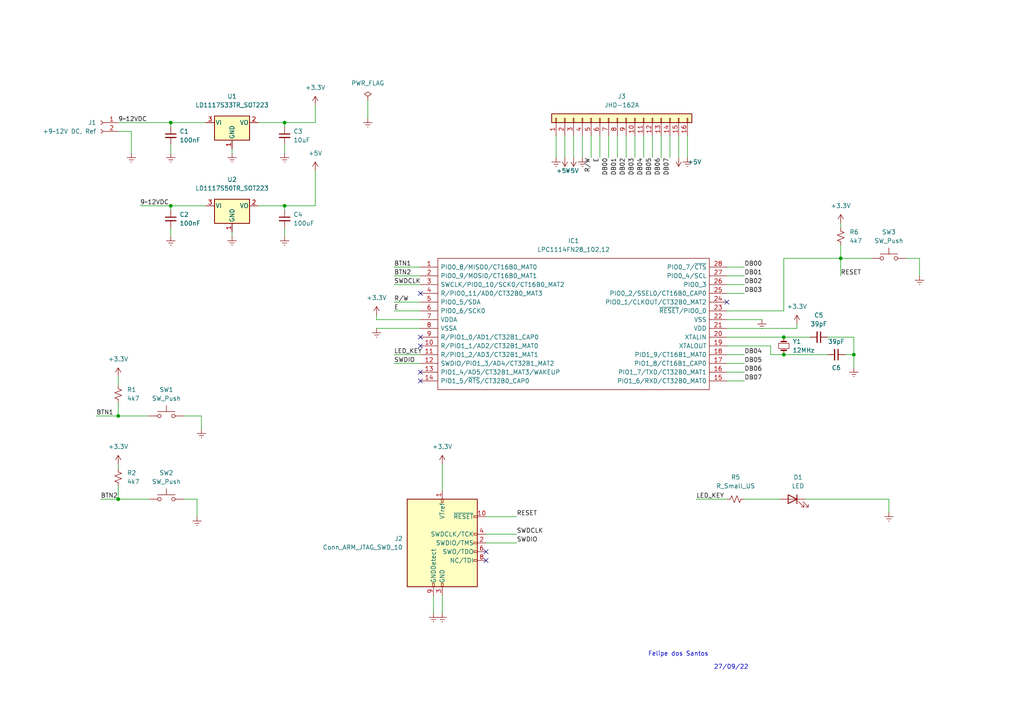
<source format=kicad_sch>
(kicad_sch (version 20211123) (generator eeschema)
  (paper "A4")
  (lib_symbols
    (symbol "Connector:Conn_01x02_Female" (pin_names (offset 1.016) hide)
      (property "Reference" "J" (at 0 2.54 0))
      (property "Value" "Conn_01x02_Female" (at 0 -5.08 0))
      (symbol "Conn_01x02_Female_1_1"
        (arc (start 0 -2.032) (mid -0.508 -2.54) (end 0 -3.048) (stroke (width 0.1524)))
        (polyline (pts (xy -1.27 -2.54) (xy -0.508 -2.54)) (stroke (width 0.1524)))
        (polyline (pts (xy -1.27 0) (xy -0.508 0)) (stroke (width 0.1524)))
        (arc (start 0 0.508) (mid -0.508 0) (end 0 -0.508) (stroke (width 0.1524)))
        (pin passive line (at -5.08 0 0) (length 3.81) (name "Pin_1") (number "1"))
        (pin passive line (at -5.08 -2.54 0) (length 3.81) (name "Pin_2") (number "2"))
      )
    )
    (symbol "Connector:Conn_ARM_JTAG_SWD_10" (pin_names (offset 1.016))
      (property "Reference" "J" (at -2.54 16.51 0))
      (property "Value" "Conn_ARM_JTAG_SWD_10" (at -2.54 13.97 0))
      (symbol "Conn_ARM_JTAG_SWD_10_0_1"
        (rectangle (start -10.16 12.7) (end 10.16 -12.7) (stroke (width 0.254)) (fill (type background)))
        (rectangle (start -2.794 -12.7) (end -2.286 -11.684))
        (rectangle (start -0.254 -12.7) (end 0.254 -11.684))
        (rectangle (start -0.254 12.7) (end 0.254 11.684))
        (rectangle (start 9.144 2.286) (end 10.16 2.794))
        (rectangle (start 10.16 -2.794) (end 9.144 -2.286))
        (rectangle (start 10.16 -0.254) (end 9.144 0.254))
        (rectangle (start 10.16 7.874) (end 9.144 7.366))
      )
      (symbol "Conn_ARM_JTAG_SWD_10_1_1"
        (rectangle (start 9.144 -5.334) (end 10.16 -4.826))
        (pin power_in line (at 0 15.24 270) (length 2.54) (name "VTref") (number "1"))
        (pin open_collector line (at 12.7 7.62 180) (length 2.54) (name "~{RESET}") (number "10"))
        (pin bidirectional line (at 12.7 0 180) (length 2.54) (name "SWDIO/TMS") (number "2"))
        (pin power_in line (at 0 -15.24 90) (length 2.54) (name "GND") (number "3"))
        (pin output line (at 12.7 2.54 180) (length 2.54) (name "SWDCLK/TCK") (number "4"))
        (pin passive line (at 0 -15.24 90) (length 2.54) hide (name "GND") (number "5"))
        (pin input line (at 12.7 -2.54 180) (length 2.54) (name "SWO/TDO") (number "6"))
        (pin no_connect line (at -10.16 0 0) (length 2.54) hide (name "KEY") (number "7"))
        (pin output line (at 12.7 -5.08 180) (length 2.54) (name "NC/TDI") (number "8"))
        (pin passive line (at -2.54 -15.24 90) (length 2.54) (name "GNDDetect") (number "9"))
      )
    )
    (symbol "Connector_Generic:Conn_01x16" (pin_names (offset 1.016) hide)
      (property "Reference" "J" (at 0 20.32 0))
      (property "Value" "Conn_01x16" (at 0 -22.86 0))
      (symbol "Conn_01x16_1_1"
        (rectangle (start -1.27 -20.193) (end 0 -20.447) (stroke (width 0.1524)))
        (rectangle (start -1.27 -17.653) (end 0 -17.907) (stroke (width 0.1524)))
        (rectangle (start -1.27 -15.113) (end 0 -15.367) (stroke (width 0.1524)))
        (rectangle (start -1.27 -12.573) (end 0 -12.827) (stroke (width 0.1524)))
        (rectangle (start -1.27 -10.033) (end 0 -10.287) (stroke (width 0.1524)))
        (rectangle (start -1.27 -7.493) (end 0 -7.747) (stroke (width 0.1524)))
        (rectangle (start -1.27 -4.953) (end 0 -5.207) (stroke (width 0.1524)))
        (rectangle (start -1.27 -2.413) (end 0 -2.667) (stroke (width 0.1524)))
        (rectangle (start -1.27 0.127) (end 0 -0.127) (stroke (width 0.1524)))
        (rectangle (start -1.27 2.667) (end 0 2.413) (stroke (width 0.1524)))
        (rectangle (start -1.27 5.207) (end 0 4.953) (stroke (width 0.1524)))
        (rectangle (start -1.27 7.747) (end 0 7.493) (stroke (width 0.1524)))
        (rectangle (start -1.27 10.287) (end 0 10.033) (stroke (width 0.1524)))
        (rectangle (start -1.27 12.827) (end 0 12.573) (stroke (width 0.1524)))
        (rectangle (start -1.27 15.367) (end 0 15.113) (stroke (width 0.1524)))
        (rectangle (start -1.27 17.907) (end 0 17.653) (stroke (width 0.1524)))
        (rectangle (start -1.27 19.05) (end 1.27 -21.59) (stroke (width 0.254)) (fill (type background)))
        (pin passive line (at -5.08 17.78 0) (length 3.81) (name "Pin_1") (number "1"))
        (pin passive line (at -5.08 -5.08 0) (length 3.81) (name "Pin_10") (number "10"))
        (pin passive line (at -5.08 -7.62 0) (length 3.81) (name "Pin_11") (number "11"))
        (pin passive line (at -5.08 -10.16 0) (length 3.81) (name "Pin_12") (number "12"))
        (pin passive line (at -5.08 -12.7 0) (length 3.81) (name "Pin_13") (number "13"))
        (pin passive line (at -5.08 -15.24 0) (length 3.81) (name "Pin_14") (number "14"))
        (pin passive line (at -5.08 -17.78 0) (length 3.81) (name "Pin_15") (number "15"))
        (pin passive line (at -5.08 -20.32 0) (length 3.81) (name "Pin_16") (number "16"))
        (pin passive line (at -5.08 15.24 0) (length 3.81) (name "Pin_2") (number "2"))
        (pin passive line (at -5.08 12.7 0) (length 3.81) (name "Pin_3") (number "3"))
        (pin passive line (at -5.08 10.16 0) (length 3.81) (name "Pin_4") (number "4"))
        (pin passive line (at -5.08 7.62 0) (length 3.81) (name "Pin_5") (number "5"))
        (pin passive line (at -5.08 5.08 0) (length 3.81) (name "Pin_6") (number "6"))
        (pin passive line (at -5.08 2.54 0) (length 3.81) (name "Pin_7") (number "7"))
        (pin passive line (at -5.08 0 0) (length 3.81) (name "Pin_8") (number "8"))
        (pin passive line (at -5.08 -2.54 0) (length 3.81) (name "Pin_9") (number "9"))
      )
    )
    (symbol "Device:C_Small" (pin_numbers hide) (pin_names (offset 0.254) hide)
      (property "Reference" "C" (at 0.254 1.778 0))
      (property "Value" "C_Small" (at 0.254 -2.032 0))
      (symbol "C_Small_0_1"
        (polyline (pts (xy -1.524 -0.508) (xy 1.524 -0.508)) (stroke (width 0.3302)))
        (polyline (pts (xy -1.524 0.508) (xy 1.524 0.508)) (stroke (width 0.3048)))
      )
      (symbol "C_Small_1_1"
        (pin passive line (at 0 2.54 270) (length 2.032) (name "~") (number "1"))
        (pin passive line (at 0 -2.54 90) (length 2.032) (name "~") (number "2"))
      )
    )
    (symbol "Device:Crystal_Small" (pin_numbers hide) (pin_names (offset 1.016) hide)
      (property "Reference" "Y" (at 0 2.54 0))
      (property "Value" "Crystal_Small" (at 0 -2.54 0))
      (symbol "Crystal_Small_0_1"
        (rectangle (start -0.762 -1.524) (end 0.762 1.524))
        (polyline (pts (xy -1.27 -0.762) (xy -1.27 0.762)) (stroke (width 0.381)))
        (polyline (pts (xy 1.27 -0.762) (xy 1.27 0.762)) (stroke (width 0.381)))
      )
      (symbol "Crystal_Small_1_1"
        (pin passive line (at -2.54 0 0) (length 1.27) (name "1") (number "1"))
        (pin passive line (at 2.54 0 180) (length 1.27) (name "2") (number "2"))
      )
    )
    (symbol "Device:LED" (pin_numbers hide) (pin_names (offset 1.016) hide)
      (property "Reference" "D" (at 0 2.54 0))
      (property "Value" "LED" (at 0 -2.54 0))
      (symbol "LED_0_1"
        (polyline (pts (xy -1.27 -1.27) (xy -1.27 1.27)) (stroke (width 0.254)))
        (polyline (pts (xy -1.27 0) (xy 1.27 0)))
        (polyline (pts (xy 1.27 -1.27) (xy 1.27 1.27) (xy -1.27 0) (xy 1.27 -1.27)) (stroke (width 0.254)))
        (polyline (pts (xy -3.048 -0.762) (xy -4.572 -2.286) (xy -3.81 -2.286) (xy -4.572 -2.286) (xy -4.572 -1.524)))
        (polyline (pts (xy -1.778 -0.762) (xy -3.302 -2.286) (xy -2.54 -2.286) (xy -3.302 -2.286) (xy -3.302 -1.524)))
      )
      (symbol "LED_1_1"
        (pin passive line (at -3.81 0 0) (length 2.54) (name "K") (number "1"))
        (pin passive line (at 3.81 0 180) (length 2.54) (name "A") (number "2"))
      )
    )
    (symbol "Device:R_Small_US" (pin_numbers hide) (pin_names (offset 0.254) hide)
      (property "Reference" "R" (at 0.762 0.508 0))
      (property "Value" "R_Small_US" (at 0.762 -1.016 0))
      (symbol "R_Small_US_1_1"
        (polyline (pts (xy 0 0) (xy 1.016 -0.381) (xy 0 -0.762) (xy -1.016 -1.143) (xy 0 -1.524)))
        (polyline (pts (xy 0 1.524) (xy 1.016 1.143) (xy 0 0.762) (xy -1.016 0.381) (xy 0 0)))
        (pin passive line (at 0 2.54 270) (length 1.016) (name "~") (number "1"))
        (pin passive line (at 0 -2.54 90) (length 1.016) (name "~") (number "2"))
      )
    )
    (symbol "LPC1114FN28_102_12:LPC1114FN28_102,12" (pin_names (offset 0.762))
      (property "Reference" "IC" (at 85.09 7.62 0))
      (property "Value" "LPC1114FN28_102,12" (at 85.09 5.08 0))
      (symbol "LPC1114FN28_102,12_0_0"
        (pin passive line (at 0 0 0) (length 5.08) (name "PIO0_8/MISO0/CT16B0_MAT0") (number "1"))
        (pin passive line (at 0 -22.86 0) (length 5.08) (name "R/PIO1_1/AD2/CT32B1_MAT0") (number "10"))
        (pin passive line (at 0 -25.4 0) (length 5.08) (name "R/PIO1_2/AD3/CT32B1_MAT1") (number "11"))
        (pin passive line (at 0 -27.94 0) (length 5.08) (name "SWDIO/PIO1_3/AD4/CT32B1_MAT2") (number "12"))
        (pin passive line (at 0 -30.48 0) (length 5.08) (name "PIO1_4/AD5/CT32B1_MAT3/WAKEUP") (number "13"))
        (pin passive line (at 0 -33.02 0) (length 5.08) (name "PIO1_5/~{RTS}/CT32B0_CAP0") (number "14"))
        (pin passive line (at 88.9 -33.02 180) (length 5.08) (name "PIO1_6/RXD/CT32B0_MAT0") (number "15"))
        (pin passive line (at 88.9 -30.48 180) (length 5.08) (name "PIO1_7/TXD/CT32B0_MAT1") (number "16"))
        (pin passive line (at 88.9 -27.94 180) (length 5.08) (name "PIO1_8/CT16B1_CAP0") (number "17"))
        (pin passive line (at 88.9 -25.4 180) (length 5.08) (name "PIO1_9/CT16B1_MAT0") (number "18"))
        (pin passive line (at 88.9 -22.86 180) (length 5.08) (name "XTALOUT") (number "19"))
        (pin passive line (at 0 -2.54 0) (length 5.08) (name "PIO0_9/MOSI0/CT16B0_MAT1") (number "2"))
        (pin passive line (at 88.9 -20.32 180) (length 5.08) (name "XTALIN") (number "20"))
        (pin passive line (at 88.9 -17.78 180) (length 5.08) (name "VDD") (number "21"))
        (pin passive line (at 88.9 -15.24 180) (length 5.08) (name "VSS") (number "22"))
        (pin passive line (at 88.9 -12.7 180) (length 5.08) (name "~{RESET}/PIO0_0") (number "23"))
        (pin passive line (at 88.9 -10.16 180) (length 5.08) (name "PIO0_1/CLKOUT/CT32B0_MAT2") (number "24"))
        (pin passive line (at 88.9 -7.62 180) (length 5.08) (name "PIO0_2/SSEL0/CT16B0_CAP0") (number "25"))
        (pin passive line (at 88.9 -5.08 180) (length 5.08) (name "PIO0_3") (number "26"))
        (pin passive line (at 88.9 -2.54 180) (length 5.08) (name "PIO0_4/SCL") (number "27"))
        (pin passive line (at 88.9 0 180) (length 5.08) (name "PIO0_7/~{CTS}") (number "28"))
        (pin passive line (at 0 -5.08 0) (length 5.08) (name "SWCLK/PIO0_10/SCK0/CT16B0_MAT2") (number "3"))
        (pin passive line (at 0 -7.62 0) (length 5.08) (name "R/PIO0_11/AD0/CT32B0_MAT3") (number "4"))
        (pin passive line (at 0 -10.16 0) (length 5.08) (name "PIO0_5/SDA") (number "5"))
        (pin passive line (at 0 -12.7 0) (length 5.08) (name "PIO0_6/SCK0") (number "6"))
        (pin passive line (at 0 -15.24 0) (length 5.08) (name "VDDA") (number "7"))
        (pin passive line (at 0 -17.78 0) (length 5.08) (name "VSSA") (number "8"))
        (pin passive line (at 0 -20.32 0) (length 5.08) (name "R/PIO1_0/AD1/CT32B1_CAP0") (number "9"))
      )
      (symbol "LPC1114FN28_102,12_0_1"
        (polyline (pts (xy 5.08 2.54) (xy 83.82 2.54) (xy 83.82 -35.56) (xy 5.08 -35.56) (xy 5.08 2.54)) (stroke (width 0.1524)))
      )
    )
    (symbol "Regulator_Linear:LD1117S33TR_SOT223" (pin_names (offset 0.254))
      (property "Reference" "U1" (at 0 7.62 0))
      (property "Value" "LD1117S33TR_SOT223" (at 0 5.08 0))
      (symbol "LD1117S33TR_SOT223_0_1"
        (rectangle (start -5.08 -5.08) (end 5.08 1.905) (stroke (width 0.254)) (fill (type background)))
      )
      (symbol "LD1117S33TR_SOT223_1_1"
        (pin power_in line (at 0 -7.62 90) (length 2.54) (name "GND") (number "1"))
        (pin power_out line (at 7.62 0 180) (length 2.54) (name "VO") (number "2"))
        (pin passive line (at -7.62 0 0) (length 2.54) (name "VI") (number "3"))
      )
    )
    (symbol "Regulator_Linear:LD1117S50TR_SOT223" (pin_names (offset 0.254))
      (property "Reference" "U2" (at 0 7.62 0))
      (property "Value" "LD1117S50TR_SOT223" (at 0 5.08 0))
      (symbol "LD1117S50TR_SOT223_0_1"
        (rectangle (start -5.08 -5.08) (end 5.08 1.905) (stroke (width 0.254)) (fill (type background)))
      )
      (symbol "LD1117S50TR_SOT223_1_1"
        (pin power_in line (at 0 -7.62 90) (length 2.54) (name "GND") (number "1"))
        (pin power_out line (at 7.62 0 180) (length 2.54) (name "VO") (number "2"))
        (pin input line (at -7.62 0 0) (length 2.54) (name "VI") (number "3"))
      )
    )
    (symbol "Switch:SW_Push" (pin_numbers hide) (pin_names (offset 1.016) hide)
      (property "Reference" "SW" (at 1.27 2.54 0))
      (property "Value" "SW_Push" (at 0 -1.524 0))
      (symbol "SW_Push_0_1"
        (circle (center -2.032 0) (radius 0.508))
        (polyline (pts (xy 0 1.27) (xy 0 3.048)))
        (polyline (pts (xy 2.54 1.27) (xy -2.54 1.27)))
        (circle (center 2.032 0) (radius 0.508))
        (pin passive line (at -5.08 0 0) (length 2.54) (name "1") (number "1"))
        (pin passive line (at 5.08 0 180) (length 2.54) (name "2") (number "2"))
      )
    )
    (symbol "power:+3.3V" (power) (pin_names (offset 0))
      (property "Value" "+3.3V" (at 0 3.556 0))
      (symbol "+3.3V_0_1"
        (polyline (pts (xy -0.762 1.27) (xy 0 2.54)))
        (polyline (pts (xy 0 0) (xy 0 2.54)))
        (polyline (pts (xy 0 2.54) (xy 0.762 1.27)))
      )
      (symbol "+3.3V_1_1"
        (pin power_in line (at 0 0 90) (length 0) hide (name "+3.3V") (number "1"))
      )
    )
    (symbol "power:+5V" (power) (pin_names (offset 0))
      (property "Value" "+5V" (at 0 3.556 0))
      (symbol "+5V_0_1"
        (polyline (pts (xy -0.762 1.27) (xy 0 2.54)))
        (polyline (pts (xy 0 0) (xy 0 2.54)))
        (polyline (pts (xy 0 2.54) (xy 0.762 1.27)))
      )
      (symbol "+5V_1_1"
        (pin power_in line (at 0 0 90) (length 0) hide (name "+5V") (number "1"))
      )
    )
    (symbol "power:Earth" (power) (pin_names (offset 0))
      (symbol "Earth_0_1"
        (polyline (pts (xy -0.635 -1.905) (xy 0.635 -1.905)))
        (polyline (pts (xy -0.127 -2.54) (xy 0.127 -2.54)))
        (polyline (pts (xy 0 -1.27) (xy 0 0)))
        (polyline (pts (xy 1.27 -1.27) (xy -1.27 -1.27)))
      )
      (symbol "Earth_1_1"
        (pin power_in line (at 0 0 270) (length 0) hide (name "Earth") (number "1"))
      )
    )
    (symbol "power:PWR_FLAG" (power) (pin_numbers hide) (pin_names (offset 0) hide)
      (property "Value" "PWR_FLAG" (at 0 3.81 0))
      (symbol "PWR_FLAG_0_0"
        (pin power_out line (at 0 0 90) (length 0) (name "pwr") (number "1"))
      )
      (symbol "PWR_FLAG_0_1"
        (polyline (pts (xy 0 0) (xy 0 1.27) (xy -1.016 1.905) (xy 0 2.54) (xy 1.016 1.905) (xy 0 1.27)))
      )
    )
  )
  (junction (at 34.29 144.78))
  (junction (at 49.53 35.56))
  (junction (at 227.33 97.79))
  (junction (at 34.29 120.65))
  (junction (at 49.53 59.69))
  (junction (at 243.84 74.93))
  (junction (at 82.55 35.56))
  (junction (at 82.55 59.69))
  (junction (at 227.33 102.87))
  (junction (at 247.65 102.87))
  (no_connect (at 210.82 87.63))
  (no_connect (at 140.97 160.02))
  (no_connect (at 140.97 162.56))
  (no_connect (at 121.92 100.33))
  (no_connect (at 121.92 85.09))
  (no_connect (at 121.92 97.79))
  (no_connect (at 121.92 107.95))
  (no_connect (at 121.92 110.49))
  (wire (pts (xy 210.82 107.95) (xy 215.9 107.95)))
  (wire (pts (xy 91.44 30.48) (xy 91.44 35.56)))
  (wire (pts (xy 191.77 39.37) (xy 191.77 45.72)))
  (wire (pts (xy 210.82 95.25) (xy 231.14 95.25)))
  (wire (pts (xy 247.65 102.87) (xy 247.65 97.79)))
  (wire (pts (xy 199.39 39.37) (xy 199.39 45.72)))
  (wire (pts (xy 181.61 39.37) (xy 181.61 45.72)))
  (wire (pts (xy 109.22 95.25) (xy 121.92 95.25)))
  (wire (pts (xy 58.42 120.65) (xy 58.42 124.46)))
  (wire (pts (xy 128.27 134.62) (xy 128.27 142.24)))
  (wire (pts (xy 262.89 74.93) (xy 266.7 74.93)))
  (wire (pts (xy 53.34 120.65) (xy 58.42 120.65)))
  (wire (pts (xy 34.29 35.56) (xy 49.53 35.56)))
  (wire (pts (xy 257.81 144.78) (xy 257.81 148.59)))
  (wire (pts (xy 243.84 74.93) (xy 252.73 74.93)))
  (wire (pts (xy 227.33 74.93) (xy 243.84 74.93)))
  (wire (pts (xy 184.15 39.37) (xy 184.15 45.72)))
  (wire (pts (xy 49.53 59.69) (xy 59.69 59.69)))
  (wire (pts (xy 82.55 35.56) (xy 91.44 35.56)))
  (wire (pts (xy 67.31 43.18) (xy 67.31 44.45)))
  (wire (pts (xy 74.93 59.69) (xy 82.55 59.69)))
  (wire (pts (xy 53.34 144.78) (xy 57.15 144.78)))
  (wire (pts (xy 34.29 140.97) (xy 34.29 144.78)))
  (wire (pts (xy 140.97 149.86) (xy 149.86 149.86)))
  (wire (pts (xy 49.53 66.04) (xy 49.53 68.58)))
  (wire (pts (xy 29.21 144.78) (xy 34.29 144.78)))
  (wire (pts (xy 34.29 144.78) (xy 43.18 144.78)))
  (wire (pts (xy 243.84 74.93) (xy 243.84 80.01)))
  (wire (pts (xy 166.37 39.37) (xy 166.37 45.72)))
  (wire (pts (xy 34.29 116.84) (xy 34.29 120.65)))
  (wire (pts (xy 82.55 35.56) (xy 82.55 36.83)))
  (wire (pts (xy 210.82 97.79) (xy 227.33 97.79)))
  (wire (pts (xy 114.3 80.01) (xy 121.92 80.01)))
  (wire (pts (xy 168.91 39.37) (xy 168.91 45.72)))
  (wire (pts (xy 243.84 64.77) (xy 243.84 66.04)))
  (wire (pts (xy 227.33 102.87) (xy 240.03 102.87)))
  (wire (pts (xy 125.73 172.72) (xy 125.73 177.8)))
  (wire (pts (xy 210.82 82.55) (xy 215.9 82.55)))
  (wire (pts (xy 223.52 102.87) (xy 227.33 102.87)))
  (wire (pts (xy 140.97 157.48) (xy 149.86 157.48)))
  (wire (pts (xy 161.29 39.37) (xy 161.29 45.72)))
  (wire (pts (xy 121.92 92.71) (xy 109.22 92.71)))
  (wire (pts (xy 38.1 38.1) (xy 38.1 44.45)))
  (wire (pts (xy 240.03 97.79) (xy 247.65 97.79)))
  (wire (pts (xy 34.29 38.1) (xy 38.1 38.1)))
  (wire (pts (xy 114.3 90.17) (xy 121.92 90.17)))
  (wire (pts (xy 114.3 102.87) (xy 121.92 102.87)))
  (wire (pts (xy 82.55 59.69) (xy 82.55 60.96)))
  (wire (pts (xy 114.3 82.55) (xy 121.92 82.55)))
  (wire (pts (xy 223.52 100.33) (xy 223.52 102.87)))
  (wire (pts (xy 210.82 100.33) (xy 223.52 100.33)))
  (wire (pts (xy 210.82 92.71) (xy 220.98 92.71)))
  (wire (pts (xy 114.3 105.41) (xy 121.92 105.41)))
  (wire (pts (xy 49.53 35.56) (xy 59.69 35.56)))
  (wire (pts (xy 82.55 41.91) (xy 82.55 44.45)))
  (wire (pts (xy 27.94 120.65) (xy 34.29 120.65)))
  (wire (pts (xy 34.29 109.22) (xy 34.29 111.76)))
  (wire (pts (xy 57.15 144.78) (xy 57.15 149.86)))
  (wire (pts (xy 140.97 154.94) (xy 149.86 154.94)))
  (wire (pts (xy 196.85 39.37) (xy 196.85 45.72)))
  (wire (pts (xy 247.65 106.68) (xy 247.65 102.87)))
  (wire (pts (xy 34.29 134.62) (xy 34.29 135.89)))
  (wire (pts (xy 106.68 29.21) (xy 106.68 34.29)))
  (wire (pts (xy 49.53 36.83) (xy 49.53 35.56)))
  (wire (pts (xy 114.3 87.63) (xy 121.92 87.63)))
  (wire (pts (xy 171.45 39.37) (xy 171.45 45.72)))
  (wire (pts (xy 49.53 41.91) (xy 49.53 44.45)))
  (wire (pts (xy 227.33 97.79) (xy 234.95 97.79)))
  (wire (pts (xy 210.82 85.09) (xy 215.9 85.09)))
  (wire (pts (xy 173.99 39.37) (xy 173.99 45.72)))
  (wire (pts (xy 34.29 120.65) (xy 43.18 120.65)))
  (wire (pts (xy 201.93 144.78) (xy 210.82 144.78)))
  (wire (pts (xy 74.93 35.56) (xy 82.55 35.56)))
  (wire (pts (xy 128.27 172.72) (xy 128.27 177.8)))
  (wire (pts (xy 176.53 39.37) (xy 176.53 45.72)))
  (wire (pts (xy 210.82 90.17) (xy 227.33 90.17)))
  (wire (pts (xy 91.44 49.53) (xy 91.44 59.69)))
  (wire (pts (xy 210.82 110.49) (xy 215.9 110.49)))
  (wire (pts (xy 40.64 59.69) (xy 49.53 59.69)))
  (wire (pts (xy 194.31 39.37) (xy 194.31 45.72)))
  (wire (pts (xy 243.84 71.12) (xy 243.84 74.93)))
  (wire (pts (xy 109.22 92.71) (xy 109.22 91.44)))
  (wire (pts (xy 179.07 39.37) (xy 179.07 45.72)))
  (wire (pts (xy 227.33 74.93) (xy 227.33 90.17)))
  (wire (pts (xy 163.83 39.37) (xy 163.83 45.72)))
  (wire (pts (xy 266.7 74.93) (xy 266.7 80.01)))
  (wire (pts (xy 215.9 144.78) (xy 226.06 144.78)))
  (wire (pts (xy 49.53 60.96) (xy 49.53 59.69)))
  (wire (pts (xy 114.3 77.47) (xy 121.92 77.47)))
  (wire (pts (xy 245.11 102.87) (xy 247.65 102.87)))
  (wire (pts (xy 210.82 77.47) (xy 215.9 77.47)))
  (wire (pts (xy 67.31 67.31) (xy 67.31 68.58)))
  (wire (pts (xy 231.14 95.25) (xy 231.14 93.98)))
  (wire (pts (xy 189.23 39.37) (xy 189.23 45.72)))
  (wire (pts (xy 233.68 144.78) (xy 257.81 144.78)))
  (wire (pts (xy 186.69 39.37) (xy 186.69 45.72)))
  (wire (pts (xy 210.82 80.01) (xy 215.9 80.01)))
  (wire (pts (xy 210.82 102.87) (xy 215.9 102.87)))
  (wire (pts (xy 82.55 66.04) (xy 82.55 68.58)))
  (wire (pts (xy 82.55 59.69) (xy 91.44 59.69)))
  (wire (pts (xy 210.82 105.41) (xy 215.9 105.41)))
  (text "27/09/22\n" (at 207.01 194.31 0) (effects (font (size 1.27 1.27)) (justify left bottom)))
  (text "Felipe dos Santos" (at 187.96 190.5 0) (effects (font (size 1.27 1.27)) (justify left bottom)))
  (label "DB00" (at 176.53 45.72 270))
  (label "DB06" (at 215.9 107.95 0))
  (label "E" (at 114.3 90.17 0))
  (label "DB04" (at 215.9 102.87 0))
  (label "SWDIO" (at 114.3 105.41 0))
  (label "BTN2" (at 29.21 144.78 0))
  (label "9~12VDC" (at 40.64 59.69 0))
  (label "DB07" (at 194.31 45.72 270))
  (label "DB03" (at 184.15 45.72 270))
  (label "LED_KEY" (at 114.3 102.87 0))
  (label "BTN1" (at 27.94 120.65 0))
  (label "DB01" (at 179.07 45.72 270))
  (label "DB00" (at 215.9 77.47 0))
  (label "DB06" (at 191.77 45.72 270))
  (label "DB05" (at 215.9 105.41 0))
  (label "R{slash}W" (at 114.3 87.63 0))
  (label "RESET" (at 149.86 149.86 0))
  (label "DB02" (at 181.61 45.72 270))
  (label "DB04" (at 186.69 45.72 270))
  (label "DB07" (at 215.9 110.49 0))
  (label "SWDCLK" (at 114.3 82.55 0))
  (label "SWDCLK" (at 149.86 154.94 0))
  (label "SWDIO" (at 149.86 157.48 0))
  (label "RESET" (at 243.84 80.01 0))
  (label "BTN1" (at 114.3 77.47 0))
  (label "DB02" (at 215.9 82.55 0))
  (label "BTN2" (at 114.3 80.01 0))
  (label "DB03" (at 215.9 85.09 0))
  (label "DB01" (at 215.9 80.01 0))
  (label "R{slash}W" (at 171.45 45.72 270))
  (label "DB05" (at 189.23 45.72 270))
  (label "E" (at 173.99 45.72 270))
  (label "LED_KEY" (at 201.93 144.78 0))
  (label "9~12VDC" (at 34.29 35.56 0))
  (symbol (lib_id "power:Earth") (at 199.39 45.72 0) (unit 1)
    (property "Reference" "#PWR025" (effects hide))
    (property "Value" "Earth" (effects hide))
  )
  (symbol (lib_id "Regulator_Linear:LD1117S33TR_SOT223") (at 67.31 35.56 0) (unit 1)
    (property "Reference" "U1" (at 67.31 27.94 0))
    (property "Value" "LD1117S33TR_SOT223" (at 67.31 30.48 0))
    (property "Footprint" "Package_TO_SOT_SMD:SOT-223-3_TabPin2" (effects hide))
    (property "Datasheet" "http://www.st.com/st-web-ui/static/active/en/resource/technical/document/datasheet/CD00000544.pdf" (effects hide))
  )
  (symbol (lib_id "power:Earth") (at 58.42 124.46 0) (unit 1)
    (property "Reference" "#PWR07" (effects hide))
    (property "Value" "Earth" (effects hide))
  )
  (symbol (lib_id "Device:C_Small") (at 82.55 39.37 0) (unit 1)
    (property "Reference" "C3" (at 85.09 38.1062 0) (effects (justify left)))
    (property "Value" "10uF" (at 85.09 40.6462 0) (effects (justify left)))
    (property "Footprint" "Capacitor_SMD:C_0805_2012Metric" (effects hide))
  )
  (symbol (lib_id "power:Earth") (at 125.73 177.8 0) (unit 1)
    (property "Reference" "#PWR016" (effects hide))
    (property "Value" "Earth" (effects hide))
  )
  (symbol (lib_id "power:+5V") (at 91.44 49.53 0) (unit 1)
    (property "Reference" "#PWR013" (effects hide))
    (property "Value" "+5V" (at 91.44 44.45 0))
  )
  (symbol (lib_id "power:+3.3V") (at 109.22 91.44 0) (unit 1)
    (property "Reference" "#PWR014" (effects hide))
    (property "Value" "+3.3V" (at 109.22 86.36 0))
  )
  (symbol (lib_id "Device:C_Small") (at 49.53 39.37 0) (unit 1)
    (property "Reference" "C1" (at 52.07 38.1062 0) (effects (justify left)))
    (property "Value" "100nF" (at 52.07 40.6462 0) (effects (justify left)))
    (property "Footprint" "Capacitor_SMD:C_0805_2012Metric" (effects hide))
  )
  (symbol (lib_id "Device:C_Small") (at 237.49 97.79 270) (unit 1)
    (property "Reference" "C5" (at 237.4836 91.44 90))
    (property "Value" "39pF" (at 237.4836 93.98 90))
    (property "Footprint" "Capacitor_SMD:C_0805_2012Metric" (effects hide))
  )
  (symbol (lib_id "power:+5V") (at 166.37 45.72 180) (unit 1)
    (property "Reference" "#PWR019" (effects hide))
    (property "Value" "+5V" (at 163.83 49.53 0) (effects (justify right)))
  )
  (symbol (lib_id "Device:R_Small_US") (at 34.29 114.3 0) (unit 1)
    (property "Reference" "R1" (at 36.83 113.0299 0) (effects (justify left)))
    (property "Value" "4k7" (at 36.83 115.5699 0) (effects (justify left)))
    (property "Footprint" "Resistor_SMD:R_0805_2012Metric" (effects hide))
  )
  (symbol (lib_id "power:+5V") (at 163.83 45.72 180) (unit 1)
    (property "Reference" "#PWR021" (effects hide))
    (property "Value" "+5V" (at 161.29 49.53 0) (effects (justify right)))
  )
  (symbol (lib_id "Switch:SW_Push") (at 48.26 120.65 0) (unit 1)
    (property "Reference" "SW1" (at 48.26 113.03 0))
    (property "Value" "SW_Push" (at 48.26 115.57 0))
    (property "Footprint" "KiCAD:1825910-6" (effects hide))
  )
  (symbol (lib_id "power:Earth") (at 168.91 45.72 0) (unit 1)
    (property "Reference" "#PWR022" (effects hide))
    (property "Value" "Earth" (effects hide))
  )
  (symbol (lib_id "Device:R_Small_US") (at 243.84 68.58 0) (unit 1)
    (property "Reference" "R6" (at 246.38 67.3099 0) (effects (justify left)))
    (property "Value" "4k7" (at 246.38 69.8499 0) (effects (justify left)))
    (property "Footprint" "Resistor_SMD:R_0805_2012Metric" (effects hide))
  )
  (symbol (lib_id "power:+3.3V") (at 34.29 134.62 0) (unit 1)
    (property "Reference" "#PWR02" (effects hide))
    (property "Value" "+3.3V" (at 34.29 129.54 0))
  )
  (symbol (lib_id "Device:C_Small") (at 242.57 102.87 270) (unit 1)
    (property "Reference" "C6" (at 242.57 106.68 90))
    (property "Value" "39pF" (at 242.5636 99.06 90))
    (property "Footprint" "Capacitor_SMD:C_0805_2012Metric" (effects hide))
  )
  (symbol (lib_id "power:Earth") (at 161.29 45.72 0) (unit 1)
    (property "Reference" "#PWR020" (effects hide))
    (property "Value" "Earth" (effects hide))
  )
  (symbol (lib_id "power:Earth") (at 38.1 44.45 0) (unit 1)
    (property "Reference" "#PWR03" (effects hide))
    (property "Value" "Earth" (effects hide))
  )
  (symbol (lib_id "power:Earth") (at 257.81 148.59 0) (unit 1)
    (property "Reference" "#PWR030" (effects hide))
    (property "Value" "Earth" (effects hide))
  )
  (symbol (lib_id "power:Earth") (at 49.53 44.45 0) (unit 1)
    (property "Reference" "#PWR04" (effects hide))
    (property "Value" "Earth" (effects hide))
  )
  (symbol (lib_id "Connector:Conn_ARM_JTAG_SWD_10") (at 128.27 157.48 0) (unit 1)
    (property "Reference" "J2" (at 116.84 156.2099 0) (effects (justify right)))
    (property "Value" "Conn_ARM_JTAG_SWD_10" (at 116.84 158.7499 0) (effects (justify right)))
    (property "Footprint" "Connector_PinHeader_2.54mm:PinHeader_2x05_P2.54mm_Horizontal" (effects hide))
    (property "Datasheet" "http://infocenter.arm.com/help/topic/com.arm.doc.ddi0314h/DDI0314H_coresight_components_trm.pdf" (effects hide))
  )
  (symbol (lib_id "power:+3.3V") (at 128.27 134.62 0) (unit 1)
    (property "Reference" "#PWR017" (effects hide))
    (property "Value" "+3.3V" (at 128.27 129.54 0))
  )
  (symbol (lib_id "power:Earth") (at 82.55 44.45 0) (unit 1)
    (property "Reference" "#PWR010" (effects hide))
    (property "Value" "Earth" (effects hide))
  )
  (symbol (lib_id "power:PWR_FLAG") (at 106.68 29.21 0) (unit 1)
    (property "Reference" "#FLG0103" (effects hide))
    (property "Value" "PWR_FLAG" (at 106.68 24.13 0))
  )
  (symbol (lib_id "Switch:SW_Push") (at 257.81 74.93 0) (unit 1)
    (property "Reference" "SW3" (at 257.81 67.31 0))
    (property "Value" "SW_Push" (at 257.81 69.85 0))
    (property "Footprint" "KiCAD:1825910-6" (effects hide))
  )
  (symbol (lib_id "power:+3.3V") (at 34.29 109.22 0) (unit 1)
    (property "Reference" "#PWR01" (effects hide))
    (property "Value" "+3.3V" (at 34.29 104.14 0))
  )
  (symbol (lib_id "Device:R_Small_US") (at 213.36 144.78 90) (unit 1)
    (property "Reference" "R5" (at 213.36 138.43 90))
    (property "Value" "R_Small_US" (at 213.36 140.97 90))
    (property "Footprint" "Resistor_SMD:R_0805_2012Metric" (effects hide))
  )
  (symbol (lib_id "Connector:Conn_01x02_Female") (at 29.21 35.56 0) (mirror y) (unit 1)
    (property "Reference" "J1" (at 27.94 35.5599 0) (effects (justify left)))
    (property "Value" "+9~12V DC, Ref" (at 27.94 38.0999 0) (effects (justify left)))
    (property "Footprint" "PJ-002A:CUI_PJ-002A" (effects hide))
  )
  (symbol (lib_id "power:+3.3V") (at 231.14 93.98 0) (unit 1)
    (property "Reference" "#PWR027" (effects hide))
    (property "Value" "+3.3V" (at 231.14 88.9 0))
  )
  (symbol (lib_id "power:Earth") (at 67.31 44.45 0) (unit 1)
    (property "Reference" "#PWR08" (effects hide))
    (property "Value" "Earth" (effects hide))
  )
  (symbol (lib_id "power:Earth") (at 57.15 149.86 0) (unit 1)
    (property "Reference" "#PWR06" (effects hide))
    (property "Value" "Earth" (effects hide))
  )
  (symbol (lib_id "power:+3.3V") (at 243.84 64.77 0) (unit 1)
    (property "Reference" "#PWR028" (effects hide))
    (property "Value" "+3.3V" (at 243.84 59.69 0))
  )
  (symbol (lib_id "power:Earth") (at 106.68 34.29 0) (unit 1)
    (property "Reference" "#PWR0101" (effects hide))
    (property "Value" "Earth" (effects hide))
  )
  (symbol (lib_id "power:+3.3V") (at 91.44 30.48 0) (unit 1)
    (property "Reference" "#PWR012" (effects hide))
    (property "Value" "+3.3V" (at 91.44 25.4 0))
  )
  (symbol (lib_id "power:Earth") (at 49.53 68.58 0) (unit 1)
    (property "Reference" "#PWR05" (effects hide))
    (property "Value" "Earth" (effects hide))
  )
  (symbol (lib_id "Device:C_Small") (at 82.55 63.5 0) (unit 1)
    (property "Reference" "C4" (at 85.09 62.2362 0) (effects (justify left)))
    (property "Value" "100uF" (at 85.09 64.7762 0) (effects (justify left)))
    (property "Footprint" "Capacitor_SMD:C_0805_2012Metric" (effects hide))
  )
  (symbol (lib_id "Switch:SW_Push") (at 48.26 144.78 0) (unit 1)
    (property "Reference" "SW2" (at 48.26 137.16 0))
    (property "Value" "SW_Push" (at 48.26 139.7 0))
    (property "Footprint" "KiCAD:1825910-6" (effects hide))
  )
  (symbol (lib_id "Device:Crystal_Small") (at 227.33 100.33 270) (unit 1)
    (property "Reference" "Y1" (at 229.87 99.0599 90) (effects (justify left)))
    (property "Value" "12MHz" (at 229.87 101.5999 90) (effects (justify left)))
    (property "Footprint" "ATS:XTAL_HC49P488W43L1085T450H368" (effects hide))
  )
  (symbol (lib_id "Regulator_Linear:LD1117S50TR_SOT223") (at 67.31 59.69 0) (unit 1)
    (property "Reference" "U2" (at 67.31 52.07 0))
    (property "Value" "LD1117S50TR_SOT223" (at 67.31 54.61 0))
    (property "Footprint" "Package_TO_SOT_SMD:SOT-223-3_TabPin2" (effects hide))
    (property "Datasheet" "http://www.st.com/st-web-ui/static/active/en/resource/technical/document/datasheet/CD00000544.pdf" (effects hide))
  )
  (symbol (lib_id "power:Earth") (at 109.22 95.25 0) (unit 1)
    (property "Reference" "#PWR015" (effects hide))
    (property "Value" "Earth" (effects hide))
  )
  (symbol (lib_id "Connector_Generic:Conn_01x16") (at 179.07 34.29 90) (unit 1)
    (property "Reference" "J3" (at 180.34 27.94 90))
    (property "Value" "JHD-162A" (at 180.34 30.48 90))
    (property "Footprint" "Connector_PinHeader_1.00mm:PinHeader_1x16_P1.00mm_Horizontal" (effects hide))
  )
  (symbol (lib_id "power:Earth") (at 247.65 106.68 0) (unit 1)
    (property "Reference" "#PWR029" (effects hide))
    (property "Value" "Earth" (effects hide))
  )
  (symbol (lib_id "power:Earth") (at 67.31 68.58 0) (unit 1)
    (property "Reference" "#PWR09" (effects hide))
    (property "Value" "Earth" (effects hide))
  )
  (symbol (lib_id "LPC1114FN28_102_12:LPC1114FN28_102,12") (at 121.92 77.47 0) (unit 1)
    (property "Reference" "IC1" (at 166.37 69.85 0))
    (property "Value" "LPC1114FN28_102,12" (at 166.37 72.39 0))
    (property "Footprint" "lpc:DIP1552W53P254L3550H510Q28N" (effects hide))
    (property "Datasheet" "http://www.nxp.com/docs/en/data-sheet/LPC1102_1104.pdf" (effects hide))
    (property "Description" "32-bit ARM Cortex-M0 microcontroller; up to 64 kB flash and 8 kB SRAM, DIP-28" (effects hide))
    (property "Height" "5.1" (effects hide))
    (property "Manufacturer_Name" "NXP" (effects hide))
    (property "Manufacturer_Part_Number" "LPC1114FN28/102,12" (effects hide))
    (property "Mouser Part Number" "771-LPC1114FN28/1021" (effects hide))
    (property "Mouser Price/Stock" "https://www.mouser.co.uk/ProductDetail/NXP-Semiconductors/LPC1114FN28-10212?qs=5C9Q4QJFsuOrjcFyS2YjEA%3D%3D" (effects hide))
    (property "Arrow Part Number" "LPC1114FN28/102,12" (effects hide))
    (property "Arrow Price/Stock" "https://www.arrow.com/en/products/lpc1114fn2810212/nxp-semiconductors" (effects hide))
  )
  (symbol (lib_id "Device:R_Small_US") (at 34.29 138.43 0) (unit 1)
    (property "Reference" "R2" (at 36.83 137.1599 0) (effects (justify left)))
    (property "Value" "4k7" (at 36.83 139.6999 0) (effects (justify left)))
    (property "Footprint" "Resistor_SMD:R_0805_2012Metric" (effects hide))
  )
  (symbol (lib_id "power:Earth") (at 220.98 92.71 0) (unit 1)
    (property "Reference" "#PWR026" (effects hide))
    (property "Value" "Earth" (effects hide))
  )
  (symbol (lib_id "Device:C_Small") (at 49.53 63.5 0) (unit 1)
    (property "Reference" "C2" (at 52.07 62.2362 0) (effects (justify left)))
    (property "Value" "100nF" (at 52.07 64.7762 0) (effects (justify left)))
    (property "Footprint" "Capacitor_SMD:C_0805_2012Metric" (effects hide))
  )
  (symbol (lib_id "power:Earth") (at 128.27 177.8 0) (unit 1)
    (property "Reference" "#PWR018" (effects hide))
    (property "Value" "Earth" (effects hide))
  )
  (symbol (lib_id "Device:LED") (at 229.87 144.78 0) (mirror y) (unit 1)
    (property "Reference" "D1" (at 231.4575 138.43 0))
    (property "Value" "LED" (at 231.4575 140.97 0))
    (property "Footprint" "KiCad:LEDC3216X120N" (effects hide))
  )
  (symbol (lib_id "power:Earth") (at 266.7 80.01 0) (unit 1)
    (property "Reference" "#PWR031" (effects hide))
    (property "Value" "Earth" (effects hide))
  )
  (symbol (lib_id "power:+5V") (at 196.85 45.72 180) (unit 1)
    (property "Reference" "#PWR024" (effects hide))
    (property "Value" "+5V" (at 199.39 46.9899 0) (effects (justify right)))
  )
  (symbol (lib_id "power:Earth") (at 82.55 68.58 0) (unit 1)
    (property "Reference" "#PWR011" (effects hide))
    (property "Value" "Earth" (effects hide))
  )
)
</source>
